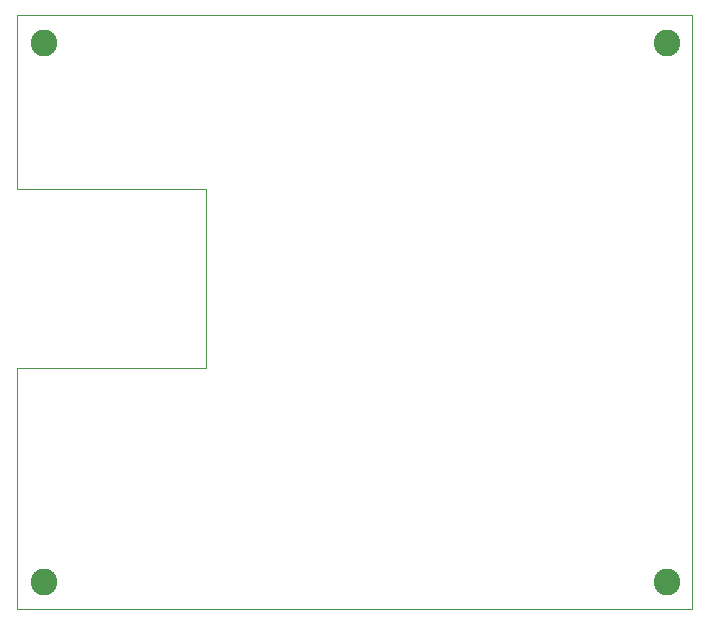
<source format=gbp>
G75*
%MOIN*%
%OFA0B0*%
%FSLAX25Y25*%
%IPPOS*%
%LPD*%
%AMOC8*
5,1,8,0,0,1.08239X$1,22.5*
%
%ADD10C,0.00300*%
%ADD11C,0.08908*%
D10*
X0002189Y0001992D02*
X0002189Y0082209D01*
X0065083Y0082209D01*
X0065083Y0141854D01*
X0002189Y0141854D01*
X0002189Y0199925D01*
X0227189Y0199925D01*
X0227189Y0001992D01*
X0002189Y0001992D01*
D11*
X0010949Y0010949D03*
X0010949Y0190476D03*
X0218823Y0190476D03*
X0218823Y0010949D03*
M02*

</source>
